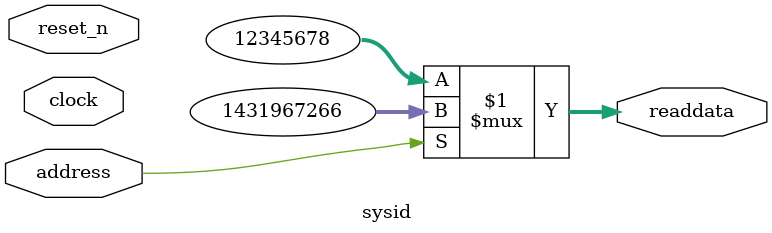
<source format=v>

`timescale 1ns / 1ps
// synthesis translate_on

// turn off superfluous verilog processor warnings 
// altera message_level Level1 
// altera message_off 10034 10035 10036 10037 10230 10240 10030 

module sysid (
               // inputs:
                address,
                clock,
                reset_n,

               // outputs:
                readdata
             )
;

  output  [ 31: 0] readdata;
  input            address;
  input            clock;
  input            reset_n;

  wire    [ 31: 0] readdata;
  //control_slave, which is an e_avalon_slave
  assign readdata = address ? 1431967266 : 12345678;

endmodule


</source>
